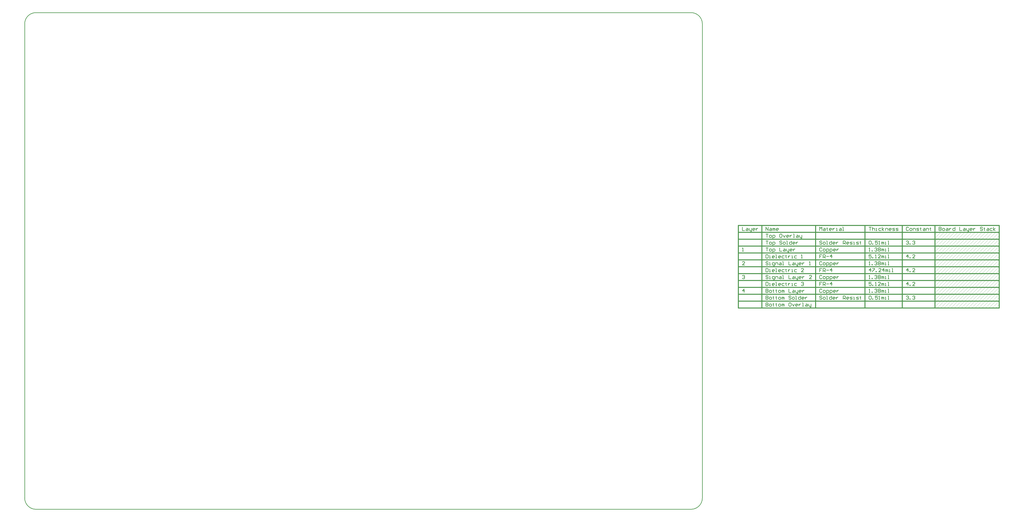
<source format=gm1>
G04*
G04 #@! TF.GenerationSoftware,Altium Limited,Altium Designer,20.1.14 (287)*
G04*
G04 Layer_Color=16711935*
%FSLAX25Y25*%
%MOIN*%
G70*
G04*
G04 #@! TF.SameCoordinates,C035F82F-B7AE-44EE-A3B5-0F400C07C9E1*
G04*
G04*
G04 #@! TF.FilePolarity,Positive*
G04*
G01*
G75*
%ADD16C,0.01000*%
%ADD20C,0.01500*%
%ADD21C,0.00100*%
D16*
X1181102Y846457D02*
G03*
X1161417Y866142I-19685J0D01*
G01*
Y0D02*
G03*
X1181102Y19685I0J19685D01*
G01*
X0D02*
G03*
X19685Y0I19685J0D01*
G01*
Y866142D02*
G03*
X0Y846457I0J-19685D01*
G01*
Y19685D02*
Y710236D01*
X1181102Y19685D02*
Y846457D01*
X19685Y866142D02*
X1161417D01*
X0Y710236D02*
Y846457D01*
X19685Y0D02*
X1161417D01*
X1181102Y846457D02*
G03*
X1161417Y866142I-19685J0D01*
G01*
Y0D02*
G03*
X1181102Y19685I0J19685D01*
G01*
X0D02*
G03*
X19685Y0I19685J0D01*
G01*
Y866142D02*
G03*
X0Y846457I0J-19685D01*
G01*
Y19685D02*
Y710236D01*
X1181102Y19685D02*
Y846457D01*
X19685Y866142D02*
X1161417D01*
X0Y710236D02*
Y846457D01*
X19685Y0D02*
X1161417D01*
X1593442Y492195D02*
Y486197D01*
X1596441D01*
X1597441Y487196D01*
Y488196D01*
X1596441Y489196D01*
X1593442D01*
X1596441D01*
X1597441Y490196D01*
Y491195D01*
X1596441Y492195D01*
X1593442D01*
X1600440Y486197D02*
X1602439D01*
X1603439Y487196D01*
Y489196D01*
X1602439Y490196D01*
X1600440D01*
X1599440Y489196D01*
Y487196D01*
X1600440Y486197D01*
X1606438Y490196D02*
X1608437D01*
X1609437Y489196D01*
Y486197D01*
X1606438D01*
X1605438Y487196D01*
X1606438Y488196D01*
X1609437D01*
X1611436Y490196D02*
Y486197D01*
Y488196D01*
X1612436Y489196D01*
X1613436Y490196D01*
X1614435D01*
X1621433Y492195D02*
Y486197D01*
X1618434D01*
X1617434Y487196D01*
Y489196D01*
X1618434Y490196D01*
X1621433D01*
X1629430Y492195D02*
Y486197D01*
X1633429D01*
X1636428Y490196D02*
X1638428D01*
X1639427Y489196D01*
Y486197D01*
X1636428D01*
X1635428Y487196D01*
X1636428Y488196D01*
X1639427D01*
X1641426Y490196D02*
Y487196D01*
X1642426Y486197D01*
X1645425D01*
Y485197D01*
X1644426Y484198D01*
X1643426D01*
X1645425Y486197D02*
Y490196D01*
X1650424Y486197D02*
X1648424D01*
X1647425Y487196D01*
Y489196D01*
X1648424Y490196D01*
X1650424D01*
X1651423Y489196D01*
Y488196D01*
X1647425D01*
X1653423Y490196D02*
Y486197D01*
Y488196D01*
X1654422Y489196D01*
X1655422Y490196D01*
X1656422D01*
X1669418Y491195D02*
X1668418Y492195D01*
X1666418D01*
X1665419Y491195D01*
Y490196D01*
X1666418Y489196D01*
X1668418D01*
X1669418Y488196D01*
Y487196D01*
X1668418Y486197D01*
X1666418D01*
X1665419Y487196D01*
X1672416Y491195D02*
Y490196D01*
X1671417D01*
X1673416D01*
X1672416D01*
Y487196D01*
X1673416Y486197D01*
X1677415Y490196D02*
X1679414D01*
X1680414Y489196D01*
Y486197D01*
X1677415D01*
X1676415Y487196D01*
X1677415Y488196D01*
X1680414D01*
X1686412Y490196D02*
X1683413D01*
X1682413Y489196D01*
Y487196D01*
X1683413Y486197D01*
X1686412D01*
X1688411D02*
Y492195D01*
Y488196D02*
X1691410Y490196D01*
X1688411Y488196D02*
X1691410Y486197D01*
X1536456Y467195D02*
X1537456Y468195D01*
X1539455D01*
X1540455Y467195D01*
Y466196D01*
X1539455Y465196D01*
X1538455D01*
X1539455D01*
X1540455Y464196D01*
Y463197D01*
X1539455Y462197D01*
X1537456D01*
X1536456Y463197D01*
X1542454Y462197D02*
Y463197D01*
X1543454D01*
Y462197D01*
X1542454D01*
X1547452Y467195D02*
X1548452Y468195D01*
X1550451D01*
X1551451Y467195D01*
Y466196D01*
X1550451Y465196D01*
X1549452D01*
X1550451D01*
X1551451Y464196D01*
Y463197D01*
X1550451Y462197D01*
X1548452D01*
X1547452Y463197D01*
X1539455Y438197D02*
Y444195D01*
X1536456Y441196D01*
X1540455D01*
X1542454Y438197D02*
Y439196D01*
X1543454D01*
Y438197D01*
X1542454D01*
X1551451D02*
X1547452D01*
X1551451Y442196D01*
Y443195D01*
X1550451Y444195D01*
X1548452D01*
X1547452Y443195D01*
X1539455Y414197D02*
Y420195D01*
X1536456Y417196D01*
X1540455D01*
X1542454Y414197D02*
Y415197D01*
X1543454D01*
Y414197D01*
X1542454D01*
X1551451D02*
X1547452D01*
X1551451Y418196D01*
Y419195D01*
X1550451Y420195D01*
X1548452D01*
X1547452Y419195D01*
X1539455Y390197D02*
Y396195D01*
X1536456Y393196D01*
X1540455D01*
X1542454Y390197D02*
Y391196D01*
X1543454D01*
Y390197D01*
X1542454D01*
X1551451D02*
X1547452D01*
X1551451Y394196D01*
Y395195D01*
X1550451Y396195D01*
X1548452D01*
X1547452Y395195D01*
X1536456Y371195D02*
X1537456Y372195D01*
X1539455D01*
X1540455Y371195D01*
Y370196D01*
X1539455Y369196D01*
X1538455D01*
X1539455D01*
X1540455Y368196D01*
Y367196D01*
X1539455Y366197D01*
X1537456D01*
X1536456Y367196D01*
X1542454Y366197D02*
Y367196D01*
X1543454D01*
Y366197D01*
X1542454D01*
X1547452Y371195D02*
X1548452Y372195D01*
X1550451D01*
X1551451Y371195D01*
Y370196D01*
X1550451Y369196D01*
X1549452D01*
X1550451D01*
X1551451Y368196D01*
Y367196D01*
X1550451Y366197D01*
X1548452D01*
X1547452Y367196D01*
X1540455Y491195D02*
X1539455Y492195D01*
X1537456D01*
X1536456Y491195D01*
Y487196D01*
X1537456Y486197D01*
X1539455D01*
X1540455Y487196D01*
X1543454Y486197D02*
X1545453D01*
X1546453Y487196D01*
Y489196D01*
X1545453Y490196D01*
X1543454D01*
X1542454Y489196D01*
Y487196D01*
X1543454Y486197D01*
X1548452D02*
Y490196D01*
X1551451D01*
X1552451Y489196D01*
Y486197D01*
X1554450D02*
X1557449D01*
X1558449Y487196D01*
X1557449Y488196D01*
X1555450D01*
X1554450Y489196D01*
X1555450Y490196D01*
X1558449D01*
X1561448Y491195D02*
Y490196D01*
X1560448D01*
X1562447D01*
X1561448D01*
Y487196D01*
X1562447Y486197D01*
X1566446Y490196D02*
X1568446D01*
X1569445Y489196D01*
Y486197D01*
X1566446D01*
X1565447Y487196D01*
X1566446Y488196D01*
X1569445D01*
X1571445Y486197D02*
Y490196D01*
X1574444D01*
X1575443Y489196D01*
Y486197D01*
X1578442Y491195D02*
Y490196D01*
X1577443D01*
X1579442D01*
X1578442D01*
Y487196D01*
X1579442Y486197D01*
X1471472Y467195D02*
X1472472Y468195D01*
X1474471D01*
X1475471Y467195D01*
Y463197D01*
X1474471Y462197D01*
X1472472D01*
X1471472Y463197D01*
Y467195D01*
X1477470Y462197D02*
Y463197D01*
X1478470D01*
Y462197D01*
X1477470D01*
X1486468Y468195D02*
X1482469D01*
Y465196D01*
X1484468Y466196D01*
X1485468D01*
X1486468Y465196D01*
Y463197D01*
X1485468Y462197D01*
X1483469D01*
X1482469Y463197D01*
X1488467Y462197D02*
X1490466D01*
X1489467D01*
Y468195D01*
X1488467Y467195D01*
X1493465Y462197D02*
Y466196D01*
X1494465D01*
X1495465Y465196D01*
Y462197D01*
Y465196D01*
X1496464Y466196D01*
X1497464Y465196D01*
Y462197D01*
X1499463D02*
X1501463D01*
X1500463D01*
Y466196D01*
X1499463D01*
X1504462Y462197D02*
X1506461D01*
X1505461D01*
Y468195D01*
X1504462D01*
X1471472Y450197D02*
X1473472D01*
X1472472D01*
Y456195D01*
X1471472Y455195D01*
X1476471Y450197D02*
Y451196D01*
X1477470D01*
Y450197D01*
X1476471D01*
X1481469Y455195D02*
X1482469Y456195D01*
X1484468D01*
X1485468Y455195D01*
Y454196D01*
X1484468Y453196D01*
X1483469D01*
X1484468D01*
X1485468Y452196D01*
Y451196D01*
X1484468Y450197D01*
X1482469D01*
X1481469Y451196D01*
X1487467Y455195D02*
X1488467Y456195D01*
X1490466D01*
X1491466Y455195D01*
Y454196D01*
X1490466Y453196D01*
X1491466Y452196D01*
Y451196D01*
X1490466Y450197D01*
X1488467D01*
X1487467Y451196D01*
Y452196D01*
X1488467Y453196D01*
X1487467Y454196D01*
Y455195D01*
X1488467Y453196D02*
X1490466D01*
X1493465Y450197D02*
Y454196D01*
X1494465D01*
X1495465Y453196D01*
Y450197D01*
Y453196D01*
X1496464Y454196D01*
X1497464Y453196D01*
Y450197D01*
X1499463D02*
X1501463D01*
X1500463D01*
Y454196D01*
X1499463D01*
X1504462Y450197D02*
X1506461D01*
X1505461D01*
Y456195D01*
X1504462D01*
X1475471Y444195D02*
X1471472D01*
Y441196D01*
X1473472Y442196D01*
X1474471D01*
X1475471Y441196D01*
Y439196D01*
X1474471Y438197D01*
X1472472D01*
X1471472Y439196D01*
X1477470Y438197D02*
Y439196D01*
X1478470D01*
Y438197D01*
X1477470D01*
X1482469D02*
X1484468D01*
X1483469D01*
Y444195D01*
X1482469Y443195D01*
X1491466Y438197D02*
X1487467D01*
X1491466Y442196D01*
Y443195D01*
X1490466Y444195D01*
X1488467D01*
X1487467Y443195D01*
X1493465Y438197D02*
Y442196D01*
X1494465D01*
X1495465Y441196D01*
Y438197D01*
Y441196D01*
X1496464Y442196D01*
X1497464Y441196D01*
Y438197D01*
X1499463D02*
X1501463D01*
X1500463D01*
Y442196D01*
X1499463D01*
X1504462Y438197D02*
X1506461D01*
X1505461D01*
Y444195D01*
X1504462D01*
X1471472Y426197D02*
X1473472D01*
X1472472D01*
Y432195D01*
X1471472Y431195D01*
X1476471Y426197D02*
Y427197D01*
X1477470D01*
Y426197D01*
X1476471D01*
X1481469Y431195D02*
X1482469Y432195D01*
X1484468D01*
X1485468Y431195D01*
Y430196D01*
X1484468Y429196D01*
X1483469D01*
X1484468D01*
X1485468Y428196D01*
Y427197D01*
X1484468Y426197D01*
X1482469D01*
X1481469Y427197D01*
X1487467Y431195D02*
X1488467Y432195D01*
X1490466D01*
X1491466Y431195D01*
Y430196D01*
X1490466Y429196D01*
X1491466Y428196D01*
Y427197D01*
X1490466Y426197D01*
X1488467D01*
X1487467Y427197D01*
Y428196D01*
X1488467Y429196D01*
X1487467Y430196D01*
Y431195D01*
X1488467Y429196D02*
X1490466D01*
X1493465Y426197D02*
Y430196D01*
X1494465D01*
X1495465Y429196D01*
Y426197D01*
Y429196D01*
X1496464Y430196D01*
X1497464Y429196D01*
Y426197D01*
X1499463D02*
X1501463D01*
X1500463D01*
Y430196D01*
X1499463D01*
X1504462Y426197D02*
X1506461D01*
X1505461D01*
Y432195D01*
X1504462D01*
X1474471Y414197D02*
Y420195D01*
X1471472Y417196D01*
X1475471D01*
X1477470Y420195D02*
X1481469D01*
Y419195D01*
X1477470Y415197D01*
Y414197D01*
X1483469D02*
Y415197D01*
X1484468D01*
Y414197D01*
X1483469D01*
X1492466D02*
X1488467D01*
X1492466Y418196D01*
Y419195D01*
X1491466Y420195D01*
X1489467D01*
X1488467Y419195D01*
X1497464Y414197D02*
Y420195D01*
X1494465Y417196D01*
X1498464D01*
X1500463Y414197D02*
Y418196D01*
X1501463D01*
X1502462Y417196D01*
Y414197D01*
Y417196D01*
X1503462Y418196D01*
X1504462Y417196D01*
Y414197D01*
X1506461D02*
X1508461D01*
X1507461D01*
Y418196D01*
X1506461D01*
X1511460Y414197D02*
X1513459D01*
X1512459D01*
Y420195D01*
X1511460D01*
X1471472Y402197D02*
X1473472D01*
X1472472D01*
Y408195D01*
X1471472Y407195D01*
X1476471Y402197D02*
Y403196D01*
X1477470D01*
Y402197D01*
X1476471D01*
X1481469Y407195D02*
X1482469Y408195D01*
X1484468D01*
X1485468Y407195D01*
Y406196D01*
X1484468Y405196D01*
X1483469D01*
X1484468D01*
X1485468Y404196D01*
Y403196D01*
X1484468Y402197D01*
X1482469D01*
X1481469Y403196D01*
X1487467Y407195D02*
X1488467Y408195D01*
X1490466D01*
X1491466Y407195D01*
Y406196D01*
X1490466Y405196D01*
X1491466Y404196D01*
Y403196D01*
X1490466Y402197D01*
X1488467D01*
X1487467Y403196D01*
Y404196D01*
X1488467Y405196D01*
X1487467Y406196D01*
Y407195D01*
X1488467Y405196D02*
X1490466D01*
X1493465Y402197D02*
Y406196D01*
X1494465D01*
X1495465Y405196D01*
Y402197D01*
Y405196D01*
X1496464Y406196D01*
X1497464Y405196D01*
Y402197D01*
X1499463D02*
X1501463D01*
X1500463D01*
Y406196D01*
X1499463D01*
X1504462Y402197D02*
X1506461D01*
X1505461D01*
Y408195D01*
X1504462D01*
X1475471Y396195D02*
X1471472D01*
Y393196D01*
X1473472Y394196D01*
X1474471D01*
X1475471Y393196D01*
Y391196D01*
X1474471Y390197D01*
X1472472D01*
X1471472Y391196D01*
X1477470Y390197D02*
Y391196D01*
X1478470D01*
Y390197D01*
X1477470D01*
X1482469D02*
X1484468D01*
X1483469D01*
Y396195D01*
X1482469Y395195D01*
X1491466Y390197D02*
X1487467D01*
X1491466Y394196D01*
Y395195D01*
X1490466Y396195D01*
X1488467D01*
X1487467Y395195D01*
X1493465Y390197D02*
Y394196D01*
X1494465D01*
X1495465Y393196D01*
Y390197D01*
Y393196D01*
X1496464Y394196D01*
X1497464Y393196D01*
Y390197D01*
X1499463D02*
X1501463D01*
X1500463D01*
Y394196D01*
X1499463D01*
X1504462Y390197D02*
X1506461D01*
X1505461D01*
Y396195D01*
X1504462D01*
X1471472Y378197D02*
X1473472D01*
X1472472D01*
Y384195D01*
X1471472Y383195D01*
X1476471Y378197D02*
Y379197D01*
X1477470D01*
Y378197D01*
X1476471D01*
X1481469Y383195D02*
X1482469Y384195D01*
X1484468D01*
X1485468Y383195D01*
Y382196D01*
X1484468Y381196D01*
X1483469D01*
X1484468D01*
X1485468Y380196D01*
Y379197D01*
X1484468Y378197D01*
X1482469D01*
X1481469Y379197D01*
X1487467Y383195D02*
X1488467Y384195D01*
X1490466D01*
X1491466Y383195D01*
Y382196D01*
X1490466Y381196D01*
X1491466Y380196D01*
Y379197D01*
X1490466Y378197D01*
X1488467D01*
X1487467Y379197D01*
Y380196D01*
X1488467Y381196D01*
X1487467Y382196D01*
Y383195D01*
X1488467Y381196D02*
X1490466D01*
X1493465Y378197D02*
Y382196D01*
X1494465D01*
X1495465Y381196D01*
Y378197D01*
Y381196D01*
X1496464Y382196D01*
X1497464Y381196D01*
Y378197D01*
X1499463D02*
X1501463D01*
X1500463D01*
Y382196D01*
X1499463D01*
X1504462Y378197D02*
X1506461D01*
X1505461D01*
Y384195D01*
X1504462D01*
X1471472Y371195D02*
X1472472Y372195D01*
X1474471D01*
X1475471Y371195D01*
Y367196D01*
X1474471Y366197D01*
X1472472D01*
X1471472Y367196D01*
Y371195D01*
X1477470Y366197D02*
Y367196D01*
X1478470D01*
Y366197D01*
X1477470D01*
X1486468Y372195D02*
X1482469D01*
Y369196D01*
X1484468Y370196D01*
X1485468D01*
X1486468Y369196D01*
Y367196D01*
X1485468Y366197D01*
X1483469D01*
X1482469Y367196D01*
X1488467Y366197D02*
X1490466D01*
X1489467D01*
Y372195D01*
X1488467Y371195D01*
X1493465Y366197D02*
Y370196D01*
X1494465D01*
X1495465Y369196D01*
Y366197D01*
Y369196D01*
X1496464Y370196D01*
X1497464Y369196D01*
Y366197D01*
X1499463D02*
X1501463D01*
X1500463D01*
Y370196D01*
X1499463D01*
X1504462Y366197D02*
X1506461D01*
X1505461D01*
Y372195D01*
X1504462D01*
X1471472Y492195D02*
X1475471D01*
X1473472D01*
Y486197D01*
X1477470Y492195D02*
Y486197D01*
Y489196D01*
X1478470Y490196D01*
X1480470D01*
X1481469Y489196D01*
Y486197D01*
X1483469D02*
X1485468D01*
X1484468D01*
Y490196D01*
X1483469D01*
X1492466D02*
X1489467D01*
X1488467Y489196D01*
Y487196D01*
X1489467Y486197D01*
X1492466D01*
X1494465D02*
Y492195D01*
Y488196D02*
X1497464Y490196D01*
X1494465Y488196D02*
X1497464Y486197D01*
X1500463D02*
Y490196D01*
X1503462D01*
X1504462Y489196D01*
Y486197D01*
X1509460D02*
X1507461D01*
X1506461Y487196D01*
Y489196D01*
X1507461Y490196D01*
X1509460D01*
X1510460Y489196D01*
Y488196D01*
X1506461D01*
X1512459Y486197D02*
X1515458D01*
X1516458Y487196D01*
X1515458Y488196D01*
X1513459D01*
X1512459Y489196D01*
X1513459Y490196D01*
X1516458D01*
X1518457Y486197D02*
X1521456D01*
X1522456Y487196D01*
X1521456Y488196D01*
X1519457D01*
X1518457Y489196D01*
X1519457Y490196D01*
X1522456D01*
X1389494Y467195D02*
X1388495Y468195D01*
X1386495D01*
X1385496Y467195D01*
Y466196D01*
X1386495Y465196D01*
X1388495D01*
X1389494Y464196D01*
Y463197D01*
X1388495Y462197D01*
X1386495D01*
X1385496Y463197D01*
X1392494Y462197D02*
X1394493D01*
X1395492Y463197D01*
Y465196D01*
X1394493Y466196D01*
X1392494D01*
X1391494Y465196D01*
Y463197D01*
X1392494Y462197D01*
X1397492D02*
X1399491D01*
X1398491D01*
Y468195D01*
X1397492D01*
X1406489D02*
Y462197D01*
X1403490D01*
X1402490Y463197D01*
Y465196D01*
X1403490Y466196D01*
X1406489D01*
X1411487Y462197D02*
X1409488D01*
X1408488Y463197D01*
Y465196D01*
X1409488Y466196D01*
X1411487D01*
X1412487Y465196D01*
Y464196D01*
X1408488D01*
X1414486Y466196D02*
Y462197D01*
Y464196D01*
X1415486Y465196D01*
X1416486Y466196D01*
X1417485D01*
X1426482Y462197D02*
Y468195D01*
X1429482D01*
X1430481Y467195D01*
Y465196D01*
X1429482Y464196D01*
X1426482D01*
X1428482D02*
X1430481Y462197D01*
X1435480D02*
X1433480D01*
X1432481Y463197D01*
Y465196D01*
X1433480Y466196D01*
X1435480D01*
X1436479Y465196D01*
Y464196D01*
X1432481D01*
X1438479Y462197D02*
X1441478D01*
X1442477Y463197D01*
X1441478Y464196D01*
X1439478D01*
X1438479Y465196D01*
X1439478Y466196D01*
X1442477D01*
X1444477Y462197D02*
X1446476D01*
X1445476D01*
Y466196D01*
X1444477D01*
X1449475Y462197D02*
X1452474D01*
X1453474Y463197D01*
X1452474Y464196D01*
X1450475D01*
X1449475Y465196D01*
X1450475Y466196D01*
X1453474D01*
X1456473Y467195D02*
Y466196D01*
X1455473D01*
X1457472D01*
X1456473D01*
Y463197D01*
X1457472Y462197D01*
X1389494Y455195D02*
X1388495Y456195D01*
X1386495D01*
X1385496Y455195D01*
Y451196D01*
X1386495Y450197D01*
X1388495D01*
X1389494Y451196D01*
X1392494Y450197D02*
X1394493D01*
X1395492Y451196D01*
Y453196D01*
X1394493Y454196D01*
X1392494D01*
X1391494Y453196D01*
Y451196D01*
X1392494Y450197D01*
X1397492Y448198D02*
Y454196D01*
X1400491D01*
X1401491Y453196D01*
Y451196D01*
X1400491Y450197D01*
X1397492D01*
X1403490Y448198D02*
Y454196D01*
X1406489D01*
X1407489Y453196D01*
Y451196D01*
X1406489Y450197D01*
X1403490D01*
X1412487D02*
X1410488D01*
X1409488Y451196D01*
Y453196D01*
X1410488Y454196D01*
X1412487D01*
X1413487Y453196D01*
Y452196D01*
X1409488D01*
X1415486Y454196D02*
Y450197D01*
Y452196D01*
X1416486Y453196D01*
X1417485Y454196D01*
X1418485D01*
X1389494Y444195D02*
X1385496D01*
Y441196D01*
X1387495D01*
X1385496D01*
Y438197D01*
X1391494D02*
Y444195D01*
X1394493D01*
X1395492Y443195D01*
Y441196D01*
X1394493Y440196D01*
X1391494D01*
X1393493D02*
X1395492Y438197D01*
X1397492Y441196D02*
X1401491D01*
X1406489Y438197D02*
Y444195D01*
X1403490Y441196D01*
X1407489D01*
X1389494Y431195D02*
X1388495Y432195D01*
X1386495D01*
X1385496Y431195D01*
Y427197D01*
X1386495Y426197D01*
X1388495D01*
X1389494Y427197D01*
X1392494Y426197D02*
X1394493D01*
X1395492Y427197D01*
Y429196D01*
X1394493Y430196D01*
X1392494D01*
X1391494Y429196D01*
Y427197D01*
X1392494Y426197D01*
X1397492Y424197D02*
Y430196D01*
X1400491D01*
X1401491Y429196D01*
Y427197D01*
X1400491Y426197D01*
X1397492D01*
X1403490Y424197D02*
Y430196D01*
X1406489D01*
X1407489Y429196D01*
Y427197D01*
X1406489Y426197D01*
X1403490D01*
X1412487D02*
X1410488D01*
X1409488Y427197D01*
Y429196D01*
X1410488Y430196D01*
X1412487D01*
X1413487Y429196D01*
Y428196D01*
X1409488D01*
X1415486Y430196D02*
Y426197D01*
Y428196D01*
X1416486Y429196D01*
X1417485Y430196D01*
X1418485D01*
X1389494Y420195D02*
X1385496D01*
Y417196D01*
X1387495D01*
X1385496D01*
Y414197D01*
X1391494D02*
Y420195D01*
X1394493D01*
X1395492Y419195D01*
Y417196D01*
X1394493Y416196D01*
X1391494D01*
X1393493D02*
X1395492Y414197D01*
X1397492Y417196D02*
X1401491D01*
X1406489Y414197D02*
Y420195D01*
X1403490Y417196D01*
X1407489D01*
X1389494Y407195D02*
X1388495Y408195D01*
X1386495D01*
X1385496Y407195D01*
Y403196D01*
X1386495Y402197D01*
X1388495D01*
X1389494Y403196D01*
X1392494Y402197D02*
X1394493D01*
X1395492Y403196D01*
Y405196D01*
X1394493Y406196D01*
X1392494D01*
X1391494Y405196D01*
Y403196D01*
X1392494Y402197D01*
X1397492Y400198D02*
Y406196D01*
X1400491D01*
X1401491Y405196D01*
Y403196D01*
X1400491Y402197D01*
X1397492D01*
X1403490Y400198D02*
Y406196D01*
X1406489D01*
X1407489Y405196D01*
Y403196D01*
X1406489Y402197D01*
X1403490D01*
X1412487D02*
X1410488D01*
X1409488Y403196D01*
Y405196D01*
X1410488Y406196D01*
X1412487D01*
X1413487Y405196D01*
Y404196D01*
X1409488D01*
X1415486Y406196D02*
Y402197D01*
Y404196D01*
X1416486Y405196D01*
X1417485Y406196D01*
X1418485D01*
X1389494Y396195D02*
X1385496D01*
Y393196D01*
X1387495D01*
X1385496D01*
Y390197D01*
X1391494D02*
Y396195D01*
X1394493D01*
X1395492Y395195D01*
Y393196D01*
X1394493Y392196D01*
X1391494D01*
X1393493D02*
X1395492Y390197D01*
X1397492Y393196D02*
X1401491D01*
X1406489Y390197D02*
Y396195D01*
X1403490Y393196D01*
X1407489D01*
X1389494Y383195D02*
X1388495Y384195D01*
X1386495D01*
X1385496Y383195D01*
Y379197D01*
X1386495Y378197D01*
X1388495D01*
X1389494Y379197D01*
X1392494Y378197D02*
X1394493D01*
X1395492Y379197D01*
Y381196D01*
X1394493Y382196D01*
X1392494D01*
X1391494Y381196D01*
Y379197D01*
X1392494Y378197D01*
X1397492Y376198D02*
Y382196D01*
X1400491D01*
X1401491Y381196D01*
Y379197D01*
X1400491Y378197D01*
X1397492D01*
X1403490Y376198D02*
Y382196D01*
X1406489D01*
X1407489Y381196D01*
Y379197D01*
X1406489Y378197D01*
X1403490D01*
X1412487D02*
X1410488D01*
X1409488Y379197D01*
Y381196D01*
X1410488Y382196D01*
X1412487D01*
X1413487Y381196D01*
Y380196D01*
X1409488D01*
X1415486Y382196D02*
Y378197D01*
Y380196D01*
X1416486Y381196D01*
X1417485Y382196D01*
X1418485D01*
X1389494Y371195D02*
X1388495Y372195D01*
X1386495D01*
X1385496Y371195D01*
Y370196D01*
X1386495Y369196D01*
X1388495D01*
X1389494Y368196D01*
Y367196D01*
X1388495Y366197D01*
X1386495D01*
X1385496Y367196D01*
X1392494Y366197D02*
X1394493D01*
X1395492Y367196D01*
Y369196D01*
X1394493Y370196D01*
X1392494D01*
X1391494Y369196D01*
Y367196D01*
X1392494Y366197D01*
X1397492D02*
X1399491D01*
X1398491D01*
Y372195D01*
X1397492D01*
X1406489D02*
Y366197D01*
X1403490D01*
X1402490Y367196D01*
Y369196D01*
X1403490Y370196D01*
X1406489D01*
X1411487Y366197D02*
X1409488D01*
X1408488Y367196D01*
Y369196D01*
X1409488Y370196D01*
X1411487D01*
X1412487Y369196D01*
Y368196D01*
X1408488D01*
X1414486Y370196D02*
Y366197D01*
Y368196D01*
X1415486Y369196D01*
X1416486Y370196D01*
X1417485D01*
X1426482Y366197D02*
Y372195D01*
X1429482D01*
X1430481Y371195D01*
Y369196D01*
X1429482Y368196D01*
X1426482D01*
X1428482D02*
X1430481Y366197D01*
X1435480D02*
X1433480D01*
X1432481Y367196D01*
Y369196D01*
X1433480Y370196D01*
X1435480D01*
X1436479Y369196D01*
Y368196D01*
X1432481D01*
X1438479Y366197D02*
X1441478D01*
X1442477Y367196D01*
X1441478Y368196D01*
X1439478D01*
X1438479Y369196D01*
X1439478Y370196D01*
X1442477D01*
X1444477Y366197D02*
X1446476D01*
X1445476D01*
Y370196D01*
X1444477D01*
X1449475Y366197D02*
X1452474D01*
X1453474Y367196D01*
X1452474Y368196D01*
X1450475D01*
X1449475Y369196D01*
X1450475Y370196D01*
X1453474D01*
X1456473Y371195D02*
Y370196D01*
X1455473D01*
X1457472D01*
X1456473D01*
Y367196D01*
X1457472Y366197D01*
X1385496Y486197D02*
Y492195D01*
X1387495Y490196D01*
X1389494Y492195D01*
Y486197D01*
X1392494Y490196D02*
X1394493D01*
X1395492Y489196D01*
Y486197D01*
X1392494D01*
X1391494Y487196D01*
X1392494Y488196D01*
X1395492D01*
X1398491Y491195D02*
Y490196D01*
X1397492D01*
X1399491D01*
X1398491D01*
Y487196D01*
X1399491Y486197D01*
X1405489D02*
X1403490D01*
X1402490Y487196D01*
Y489196D01*
X1403490Y490196D01*
X1405489D01*
X1406489Y489196D01*
Y488196D01*
X1402490D01*
X1408488Y490196D02*
Y486197D01*
Y488196D01*
X1409488Y489196D01*
X1410488Y490196D01*
X1411487D01*
X1414486Y486197D02*
X1416486D01*
X1415486D01*
Y490196D01*
X1414486D01*
X1420484D02*
X1422484D01*
X1423483Y489196D01*
Y486197D01*
X1420484D01*
X1419485Y487196D01*
X1420484Y488196D01*
X1423483D01*
X1425483Y486197D02*
X1427482D01*
X1426482D01*
Y492195D01*
X1425483D01*
X1291522Y480195D02*
X1295520D01*
X1293521D01*
Y474197D01*
X1298519D02*
X1300519D01*
X1301518Y475197D01*
Y477196D01*
X1300519Y478196D01*
X1298519D01*
X1297520Y477196D01*
Y475197D01*
X1298519Y474197D01*
X1303518Y472197D02*
Y478196D01*
X1306517D01*
X1307516Y477196D01*
Y475197D01*
X1306517Y474197D01*
X1303518D01*
X1318513Y480195D02*
X1316514D01*
X1315514Y479195D01*
Y475197D01*
X1316514Y474197D01*
X1318513D01*
X1319513Y475197D01*
Y479195D01*
X1318513Y480195D01*
X1321512Y478196D02*
X1323511Y474197D01*
X1325511Y478196D01*
X1330509Y474197D02*
X1328510D01*
X1327510Y475197D01*
Y477196D01*
X1328510Y478196D01*
X1330509D01*
X1331509Y477196D01*
Y476196D01*
X1327510D01*
X1333508Y478196D02*
Y474197D01*
Y476196D01*
X1334508Y477196D01*
X1335507Y478196D01*
X1336507D01*
X1339506Y474197D02*
X1341505D01*
X1340506D01*
Y480195D01*
X1339506D01*
X1345504Y478196D02*
X1347503D01*
X1348503Y477196D01*
Y474197D01*
X1345504D01*
X1344505Y475197D01*
X1345504Y476196D01*
X1348503D01*
X1350502Y478196D02*
Y475197D01*
X1351502Y474197D01*
X1354501D01*
Y473197D01*
X1353502Y472197D01*
X1352502D01*
X1354501Y474197D02*
Y478196D01*
X1291522Y468195D02*
X1295520D01*
X1293521D01*
Y462197D01*
X1298519D02*
X1300519D01*
X1301518Y463197D01*
Y465196D01*
X1300519Y466196D01*
X1298519D01*
X1297520Y465196D01*
Y463197D01*
X1298519Y462197D01*
X1303518Y460197D02*
Y466196D01*
X1306517D01*
X1307516Y465196D01*
Y463197D01*
X1306517Y462197D01*
X1303518D01*
X1319513Y467195D02*
X1318513Y468195D01*
X1316514D01*
X1315514Y467195D01*
Y466196D01*
X1316514Y465196D01*
X1318513D01*
X1319513Y464196D01*
Y463197D01*
X1318513Y462197D01*
X1316514D01*
X1315514Y463197D01*
X1322512Y462197D02*
X1324511D01*
X1325511Y463197D01*
Y465196D01*
X1324511Y466196D01*
X1322512D01*
X1321512Y465196D01*
Y463197D01*
X1322512Y462197D01*
X1327510D02*
X1329509D01*
X1328510D01*
Y468195D01*
X1327510D01*
X1336507D02*
Y462197D01*
X1333508D01*
X1332508Y463197D01*
Y465196D01*
X1333508Y466196D01*
X1336507D01*
X1341505Y462197D02*
X1339506D01*
X1338506Y463197D01*
Y465196D01*
X1339506Y466196D01*
X1341505D01*
X1342505Y465196D01*
Y464196D01*
X1338506D01*
X1344505Y466196D02*
Y462197D01*
Y464196D01*
X1345504Y465196D01*
X1346504Y466196D01*
X1347503D01*
X1291522Y456195D02*
X1295520D01*
X1293521D01*
Y450197D01*
X1298519D02*
X1300519D01*
X1301518Y451196D01*
Y453196D01*
X1300519Y454196D01*
X1298519D01*
X1297520Y453196D01*
Y451196D01*
X1298519Y450197D01*
X1303518Y448198D02*
Y454196D01*
X1306517D01*
X1307516Y453196D01*
Y451196D01*
X1306517Y450197D01*
X1303518D01*
X1315514Y456195D02*
Y450197D01*
X1319513D01*
X1322512Y454196D02*
X1324511D01*
X1325511Y453196D01*
Y450197D01*
X1322512D01*
X1321512Y451196D01*
X1322512Y452196D01*
X1325511D01*
X1327510Y454196D02*
Y451196D01*
X1328510Y450197D01*
X1331509D01*
Y449197D01*
X1330509Y448198D01*
X1329509D01*
X1331509Y450197D02*
Y454196D01*
X1336507Y450197D02*
X1334508D01*
X1333508Y451196D01*
Y453196D01*
X1334508Y454196D01*
X1336507D01*
X1337507Y453196D01*
Y452196D01*
X1333508D01*
X1339506Y454196D02*
Y450197D01*
Y452196D01*
X1340506Y453196D01*
X1341505Y454196D01*
X1342505D01*
X1291522Y444195D02*
Y438197D01*
X1294521D01*
X1295520Y439196D01*
Y443195D01*
X1294521Y444195D01*
X1291522D01*
X1297520Y438197D02*
X1299519D01*
X1298519D01*
Y442196D01*
X1297520D01*
X1305517Y438197D02*
X1303518D01*
X1302518Y439196D01*
Y441196D01*
X1303518Y442196D01*
X1305517D01*
X1306517Y441196D01*
Y440196D01*
X1302518D01*
X1308516Y438197D02*
X1310515D01*
X1309516D01*
Y444195D01*
X1308516D01*
X1316514Y438197D02*
X1314514D01*
X1313515Y439196D01*
Y441196D01*
X1314514Y442196D01*
X1316514D01*
X1317513Y441196D01*
Y440196D01*
X1313515D01*
X1323511Y442196D02*
X1320512D01*
X1319512Y441196D01*
Y439196D01*
X1320512Y438197D01*
X1323511D01*
X1326510Y443195D02*
Y442196D01*
X1325511D01*
X1327510D01*
X1326510D01*
Y439196D01*
X1327510Y438197D01*
X1330509Y442196D02*
Y438197D01*
Y440196D01*
X1331509Y441196D01*
X1332508Y442196D01*
X1333508D01*
X1336507Y438197D02*
X1338506D01*
X1337507D01*
Y442196D01*
X1336507D01*
X1345504D02*
X1342505D01*
X1341505Y441196D01*
Y439196D01*
X1342505Y438197D01*
X1345504D01*
X1353502D02*
X1355501D01*
X1354501D01*
Y444195D01*
X1353502Y443195D01*
X1295520Y431195D02*
X1294521Y432195D01*
X1292521D01*
X1291522Y431195D01*
Y430196D01*
X1292521Y429196D01*
X1294521D01*
X1295520Y428196D01*
Y427197D01*
X1294521Y426197D01*
X1292521D01*
X1291522Y427197D01*
X1297520Y426197D02*
X1299519D01*
X1298519D01*
Y430196D01*
X1297520D01*
X1304517Y424197D02*
X1305517D01*
X1306517Y425197D01*
Y430196D01*
X1303518D01*
X1302518Y429196D01*
Y427197D01*
X1303518Y426197D01*
X1306517D01*
X1308516D02*
Y430196D01*
X1311515D01*
X1312515Y429196D01*
Y426197D01*
X1315514Y430196D02*
X1317513D01*
X1318513Y429196D01*
Y426197D01*
X1315514D01*
X1314514Y427197D01*
X1315514Y428196D01*
X1318513D01*
X1320512Y426197D02*
X1322512D01*
X1321512D01*
Y432195D01*
X1320512D01*
X1331509D02*
Y426197D01*
X1335507D01*
X1338506Y430196D02*
X1340506D01*
X1341505Y429196D01*
Y426197D01*
X1338506D01*
X1337507Y427197D01*
X1338506Y428196D01*
X1341505D01*
X1343505Y430196D02*
Y427197D01*
X1344505Y426197D01*
X1347503D01*
Y425197D01*
X1346504Y424197D01*
X1345504D01*
X1347503Y426197D02*
Y430196D01*
X1352502Y426197D02*
X1350502D01*
X1349503Y427197D01*
Y429196D01*
X1350502Y430196D01*
X1352502D01*
X1353502Y429196D01*
Y428196D01*
X1349503D01*
X1355501Y430196D02*
Y426197D01*
Y428196D01*
X1356501Y429196D01*
X1357500Y430196D01*
X1358500D01*
X1367497Y426197D02*
X1369496D01*
X1368497D01*
Y432195D01*
X1367497Y431195D01*
X1291522Y420195D02*
Y414197D01*
X1294521D01*
X1295520Y415197D01*
Y419195D01*
X1294521Y420195D01*
X1291522D01*
X1297520Y414197D02*
X1299519D01*
X1298519D01*
Y418196D01*
X1297520D01*
X1305517Y414197D02*
X1303518D01*
X1302518Y415197D01*
Y417196D01*
X1303518Y418196D01*
X1305517D01*
X1306517Y417196D01*
Y416196D01*
X1302518D01*
X1308516Y414197D02*
X1310515D01*
X1309516D01*
Y420195D01*
X1308516D01*
X1316514Y414197D02*
X1314514D01*
X1313515Y415197D01*
Y417196D01*
X1314514Y418196D01*
X1316514D01*
X1317513Y417196D01*
Y416196D01*
X1313515D01*
X1323511Y418196D02*
X1320512D01*
X1319512Y417196D01*
Y415197D01*
X1320512Y414197D01*
X1323511D01*
X1326510Y419195D02*
Y418196D01*
X1325511D01*
X1327510D01*
X1326510D01*
Y415197D01*
X1327510Y414197D01*
X1330509Y418196D02*
Y414197D01*
Y416196D01*
X1331509Y417196D01*
X1332508Y418196D01*
X1333508D01*
X1336507Y414197D02*
X1338506D01*
X1337507D01*
Y418196D01*
X1336507D01*
X1345504D02*
X1342505D01*
X1341505Y417196D01*
Y415197D01*
X1342505Y414197D01*
X1345504D01*
X1357500D02*
X1353502D01*
X1357500Y418196D01*
Y419195D01*
X1356501Y420195D01*
X1354501D01*
X1353502Y419195D01*
X1295520Y407195D02*
X1294521Y408195D01*
X1292521D01*
X1291522Y407195D01*
Y406196D01*
X1292521Y405196D01*
X1294521D01*
X1295520Y404196D01*
Y403196D01*
X1294521Y402197D01*
X1292521D01*
X1291522Y403196D01*
X1297520Y402197D02*
X1299519D01*
X1298519D01*
Y406196D01*
X1297520D01*
X1304517Y400198D02*
X1305517D01*
X1306517Y401197D01*
Y406196D01*
X1303518D01*
X1302518Y405196D01*
Y403196D01*
X1303518Y402197D01*
X1306517D01*
X1308516D02*
Y406196D01*
X1311515D01*
X1312515Y405196D01*
Y402197D01*
X1315514Y406196D02*
X1317513D01*
X1318513Y405196D01*
Y402197D01*
X1315514D01*
X1314514Y403196D01*
X1315514Y404196D01*
X1318513D01*
X1320512Y402197D02*
X1322512D01*
X1321512D01*
Y408195D01*
X1320512D01*
X1331509D02*
Y402197D01*
X1335507D01*
X1338506Y406196D02*
X1340506D01*
X1341505Y405196D01*
Y402197D01*
X1338506D01*
X1337507Y403196D01*
X1338506Y404196D01*
X1341505D01*
X1343505Y406196D02*
Y403196D01*
X1344505Y402197D01*
X1347503D01*
Y401197D01*
X1346504Y400198D01*
X1345504D01*
X1347503Y402197D02*
Y406196D01*
X1352502Y402197D02*
X1350502D01*
X1349503Y403196D01*
Y405196D01*
X1350502Y406196D01*
X1352502D01*
X1353502Y405196D01*
Y404196D01*
X1349503D01*
X1355501Y406196D02*
Y402197D01*
Y404196D01*
X1356501Y405196D01*
X1357500Y406196D01*
X1358500D01*
X1371496Y402197D02*
X1367497D01*
X1371496Y406196D01*
Y407195D01*
X1370496Y408195D01*
X1368497D01*
X1367497Y407195D01*
X1291522Y396195D02*
Y390197D01*
X1294521D01*
X1295520Y391196D01*
Y395195D01*
X1294521Y396195D01*
X1291522D01*
X1297520Y390197D02*
X1299519D01*
X1298519D01*
Y394196D01*
X1297520D01*
X1305517Y390197D02*
X1303518D01*
X1302518Y391196D01*
Y393196D01*
X1303518Y394196D01*
X1305517D01*
X1306517Y393196D01*
Y392196D01*
X1302518D01*
X1308516Y390197D02*
X1310515D01*
X1309516D01*
Y396195D01*
X1308516D01*
X1316514Y390197D02*
X1314514D01*
X1313515Y391196D01*
Y393196D01*
X1314514Y394196D01*
X1316514D01*
X1317513Y393196D01*
Y392196D01*
X1313515D01*
X1323511Y394196D02*
X1320512D01*
X1319512Y393196D01*
Y391196D01*
X1320512Y390197D01*
X1323511D01*
X1326510Y395195D02*
Y394196D01*
X1325511D01*
X1327510D01*
X1326510D01*
Y391196D01*
X1327510Y390197D01*
X1330509Y394196D02*
Y390197D01*
Y392196D01*
X1331509Y393196D01*
X1332508Y394196D01*
X1333508D01*
X1336507Y390197D02*
X1338506D01*
X1337507D01*
Y394196D01*
X1336507D01*
X1345504D02*
X1342505D01*
X1341505Y393196D01*
Y391196D01*
X1342505Y390197D01*
X1345504D01*
X1353502Y395195D02*
X1354501Y396195D01*
X1356501D01*
X1357500Y395195D01*
Y394196D01*
X1356501Y393196D01*
X1355501D01*
X1356501D01*
X1357500Y392196D01*
Y391196D01*
X1356501Y390197D01*
X1354501D01*
X1353502Y391196D01*
X1291522Y384195D02*
Y378197D01*
X1294521D01*
X1295520Y379197D01*
Y380196D01*
X1294521Y381196D01*
X1291522D01*
X1294521D01*
X1295520Y382196D01*
Y383195D01*
X1294521Y384195D01*
X1291522D01*
X1298519Y378197D02*
X1300519D01*
X1301518Y379197D01*
Y381196D01*
X1300519Y382196D01*
X1298519D01*
X1297520Y381196D01*
Y379197D01*
X1298519Y378197D01*
X1304517Y383195D02*
Y382196D01*
X1303518D01*
X1305517D01*
X1304517D01*
Y379197D01*
X1305517Y378197D01*
X1309516Y383195D02*
Y382196D01*
X1308516D01*
X1310515D01*
X1309516D01*
Y379197D01*
X1310515Y378197D01*
X1314514D02*
X1316514D01*
X1317513Y379197D01*
Y381196D01*
X1316514Y382196D01*
X1314514D01*
X1313515Y381196D01*
Y379197D01*
X1314514Y378197D01*
X1319512D02*
Y382196D01*
X1320512D01*
X1321512Y381196D01*
Y378197D01*
Y381196D01*
X1322512Y382196D01*
X1323511Y381196D01*
Y378197D01*
X1331509Y384195D02*
Y378197D01*
X1335507D01*
X1338506Y382196D02*
X1340506D01*
X1341505Y381196D01*
Y378197D01*
X1338506D01*
X1337507Y379197D01*
X1338506Y380196D01*
X1341505D01*
X1343505Y382196D02*
Y379197D01*
X1344505Y378197D01*
X1347503D01*
Y377197D01*
X1346504Y376198D01*
X1345504D01*
X1347503Y378197D02*
Y382196D01*
X1352502Y378197D02*
X1350502D01*
X1349503Y379197D01*
Y381196D01*
X1350502Y382196D01*
X1352502D01*
X1353502Y381196D01*
Y380196D01*
X1349503D01*
X1355501Y382196D02*
Y378197D01*
Y380196D01*
X1356501Y381196D01*
X1357500Y382196D01*
X1358500D01*
X1291522Y372195D02*
Y366197D01*
X1294521D01*
X1295520Y367196D01*
Y368196D01*
X1294521Y369196D01*
X1291522D01*
X1294521D01*
X1295520Y370196D01*
Y371195D01*
X1294521Y372195D01*
X1291522D01*
X1298519Y366197D02*
X1300519D01*
X1301518Y367196D01*
Y369196D01*
X1300519Y370196D01*
X1298519D01*
X1297520Y369196D01*
Y367196D01*
X1298519Y366197D01*
X1304517Y371195D02*
Y370196D01*
X1303518D01*
X1305517D01*
X1304517D01*
Y367196D01*
X1305517Y366197D01*
X1309516Y371195D02*
Y370196D01*
X1308516D01*
X1310515D01*
X1309516D01*
Y367196D01*
X1310515Y366197D01*
X1314514D02*
X1316514D01*
X1317513Y367196D01*
Y369196D01*
X1316514Y370196D01*
X1314514D01*
X1313515Y369196D01*
Y367196D01*
X1314514Y366197D01*
X1319512D02*
Y370196D01*
X1320512D01*
X1321512Y369196D01*
Y366197D01*
Y369196D01*
X1322512Y370196D01*
X1323511Y369196D01*
Y366197D01*
X1335507Y371195D02*
X1334508Y372195D01*
X1332508D01*
X1331509Y371195D01*
Y370196D01*
X1332508Y369196D01*
X1334508D01*
X1335507Y368196D01*
Y367196D01*
X1334508Y366197D01*
X1332508D01*
X1331509Y367196D01*
X1338506Y366197D02*
X1340506D01*
X1341505Y367196D01*
Y369196D01*
X1340506Y370196D01*
X1338506D01*
X1337507Y369196D01*
Y367196D01*
X1338506Y366197D01*
X1343505D02*
X1345504D01*
X1344505D01*
Y372195D01*
X1343505D01*
X1352502D02*
Y366197D01*
X1349503D01*
X1348503Y367196D01*
Y369196D01*
X1349503Y370196D01*
X1352502D01*
X1357500Y366197D02*
X1355501D01*
X1354501Y367196D01*
Y369196D01*
X1355501Y370196D01*
X1357500D01*
X1358500Y369196D01*
Y368196D01*
X1354501D01*
X1360499Y370196D02*
Y366197D01*
Y368196D01*
X1361499Y369196D01*
X1362499Y370196D01*
X1363498D01*
X1291522Y360195D02*
Y354197D01*
X1294521D01*
X1295520Y355196D01*
Y356196D01*
X1294521Y357196D01*
X1291522D01*
X1294521D01*
X1295520Y358196D01*
Y359195D01*
X1294521Y360195D01*
X1291522D01*
X1298519Y354197D02*
X1300519D01*
X1301518Y355196D01*
Y357196D01*
X1300519Y358196D01*
X1298519D01*
X1297520Y357196D01*
Y355196D01*
X1298519Y354197D01*
X1304517Y359195D02*
Y358196D01*
X1303518D01*
X1305517D01*
X1304517D01*
Y355196D01*
X1305517Y354197D01*
X1309516Y359195D02*
Y358196D01*
X1308516D01*
X1310515D01*
X1309516D01*
Y355196D01*
X1310515Y354197D01*
X1314514D02*
X1316514D01*
X1317513Y355196D01*
Y357196D01*
X1316514Y358196D01*
X1314514D01*
X1313515Y357196D01*
Y355196D01*
X1314514Y354197D01*
X1319512D02*
Y358196D01*
X1320512D01*
X1321512Y357196D01*
Y354197D01*
Y357196D01*
X1322512Y358196D01*
X1323511Y357196D01*
Y354197D01*
X1334508Y360195D02*
X1332508D01*
X1331509Y359195D01*
Y355196D01*
X1332508Y354197D01*
X1334508D01*
X1335507Y355196D01*
Y359195D01*
X1334508Y360195D01*
X1337507Y358196D02*
X1339506Y354197D01*
X1341505Y358196D01*
X1346504Y354197D02*
X1344505D01*
X1343505Y355196D01*
Y357196D01*
X1344505Y358196D01*
X1346504D01*
X1347503Y357196D01*
Y356196D01*
X1343505D01*
X1349503Y358196D02*
Y354197D01*
Y356196D01*
X1350502Y357196D01*
X1351502Y358196D01*
X1352502D01*
X1355501Y354197D02*
X1357500D01*
X1356501D01*
Y360195D01*
X1355501D01*
X1361499Y358196D02*
X1363498D01*
X1364498Y357196D01*
Y354197D01*
X1361499D01*
X1360499Y355196D01*
X1361499Y356196D01*
X1364498D01*
X1366497Y358196D02*
Y355196D01*
X1367497Y354197D01*
X1370496D01*
Y353197D01*
X1369496Y352198D01*
X1368497D01*
X1370496Y354197D02*
Y358196D01*
X1291522Y486197D02*
Y492195D01*
X1295520Y486197D01*
Y492195D01*
X1298519Y490196D02*
X1300519D01*
X1301518Y489196D01*
Y486197D01*
X1298519D01*
X1297520Y487196D01*
X1298519Y488196D01*
X1301518D01*
X1303518Y486197D02*
Y490196D01*
X1304517D01*
X1305517Y489196D01*
Y486197D01*
Y489196D01*
X1306517Y490196D01*
X1307516Y489196D01*
Y486197D01*
X1312515D02*
X1310515D01*
X1309516Y487196D01*
Y489196D01*
X1310515Y490196D01*
X1312515D01*
X1313515Y489196D01*
Y488196D01*
X1309516D01*
X1250530Y450197D02*
X1252530D01*
X1251530D01*
Y456195D01*
X1250530Y455195D01*
X1254529Y426197D02*
X1250530D01*
X1254529Y430196D01*
Y431195D01*
X1253529Y432195D01*
X1251530D01*
X1250530Y431195D01*
Y407195D02*
X1251530Y408195D01*
X1253529D01*
X1254529Y407195D01*
Y406196D01*
X1253529Y405196D01*
X1252530D01*
X1253529D01*
X1254529Y404196D01*
Y403196D01*
X1253529Y402197D01*
X1251530D01*
X1250530Y403196D01*
X1253529Y378197D02*
Y384195D01*
X1250530Y381196D01*
X1254529D01*
X1250530Y492195D02*
Y486197D01*
X1254529D01*
X1257528Y490196D02*
X1259527D01*
X1260527Y489196D01*
Y486197D01*
X1257528D01*
X1256528Y487196D01*
X1257528Y488196D01*
X1260527D01*
X1262526Y490196D02*
Y487196D01*
X1263526Y486197D01*
X1266525D01*
Y485197D01*
X1265526Y484198D01*
X1264526D01*
X1266525Y486197D02*
Y490196D01*
X1271523Y486197D02*
X1269524D01*
X1268524Y487196D01*
Y489196D01*
X1269524Y490196D01*
X1271523D01*
X1272523Y489196D01*
Y488196D01*
X1268524D01*
X1274523Y490196D02*
Y486197D01*
Y488196D01*
X1275522Y489196D01*
X1276522Y490196D01*
X1277522D01*
D20*
X1698410Y351197D02*
Y495197D01*
X1586442Y471197D02*
X1698410D01*
X1586442Y459197D02*
X1698410D01*
X1586442Y447197D02*
X1698410D01*
X1586442Y435197D02*
X1698410D01*
X1586442Y423197D02*
X1698410D01*
X1586442Y411197D02*
X1698410D01*
X1586442Y399197D02*
X1698410D01*
X1586442Y387197D02*
X1698410D01*
X1586442Y375197D02*
X1698410D01*
X1586442Y363197D02*
X1698410D01*
X1586442Y351197D02*
X1698410D01*
X1586442D02*
Y495197D01*
X1529456Y471197D02*
X1586442D01*
X1529456Y459197D02*
X1586442D01*
X1529456Y447197D02*
X1586442D01*
X1529456Y435197D02*
X1586442D01*
X1529456Y423197D02*
X1586442D01*
X1529456Y411197D02*
X1586442D01*
X1529456Y399197D02*
X1586442D01*
X1529456Y387197D02*
X1586442D01*
X1529456Y375197D02*
X1586442D01*
X1529456Y363197D02*
X1586442D01*
X1529456Y351197D02*
X1586442D01*
X1529456D02*
Y495197D01*
X1464472Y471197D02*
X1529456D01*
X1464472Y459197D02*
X1529456D01*
X1464472Y447197D02*
X1529456D01*
X1464472Y435197D02*
X1529456D01*
X1464472Y423197D02*
X1529456D01*
X1464472Y411197D02*
X1529456D01*
X1464472Y399197D02*
X1529456D01*
X1464472Y387197D02*
X1529456D01*
X1464472Y375197D02*
X1529456D01*
X1464472Y363197D02*
X1529456D01*
X1464472Y351197D02*
X1529456D01*
X1464472D02*
Y495197D01*
X1378496Y471197D02*
X1464472D01*
X1378496Y459197D02*
X1464472D01*
X1378496Y447197D02*
X1464472D01*
X1378496Y435197D02*
X1464472D01*
X1378496Y423197D02*
X1464472D01*
X1378496Y411197D02*
X1464472D01*
X1378496Y399197D02*
X1464472D01*
X1378496Y387197D02*
X1464472D01*
X1378496Y375197D02*
X1464472D01*
X1378496Y363197D02*
X1464472D01*
X1378496Y351197D02*
X1464472D01*
X1378496D02*
Y495197D01*
X1284522Y471197D02*
X1378496D01*
X1284522Y459197D02*
X1378496D01*
X1284522Y447197D02*
X1378496D01*
X1284522Y435197D02*
X1378496D01*
X1284522Y423197D02*
X1378496D01*
X1284522Y411197D02*
X1378496D01*
X1284522Y399197D02*
X1378496D01*
X1284522Y387197D02*
X1378496D01*
X1284522Y375197D02*
X1378496D01*
X1284522Y363197D02*
X1378496D01*
X1284522Y351197D02*
X1378496D01*
X1284522D02*
Y495197D01*
X1243530Y471197D02*
X1284522D01*
X1243530Y459197D02*
X1284522D01*
X1243530Y447197D02*
X1284522D01*
X1243530Y435197D02*
X1284522D01*
X1243530Y423197D02*
X1284522D01*
X1243530Y411197D02*
X1284522D01*
X1243530Y399197D02*
X1284522D01*
X1243530Y387197D02*
X1284522D01*
X1243530Y375197D02*
X1284522D01*
X1243530Y363197D02*
X1284522D01*
X1243530Y351197D02*
X1284522D01*
X1243530D02*
Y495197D01*
X1698410D01*
X1243530Y483197D02*
X1698410D01*
D21*
X1586442Y479228D02*
X1590410Y483197D01*
X1586442Y473229D02*
X1596410Y483197D01*
X1590410Y471197D02*
X1602410Y483197D01*
X1596410Y471197D02*
X1608410Y483197D01*
X1602410Y471197D02*
X1614410Y483197D01*
X1608410Y471197D02*
X1620410Y483197D01*
X1614410Y471197D02*
X1626410Y483197D01*
X1620410Y471197D02*
X1632410Y483197D01*
X1626410Y471197D02*
X1638410Y483197D01*
X1632410Y471197D02*
X1644410Y483197D01*
X1638410Y471197D02*
X1650410Y483197D01*
X1644410Y471197D02*
X1656410Y483197D01*
X1650410Y471197D02*
X1662410Y483197D01*
X1656410Y471197D02*
X1668410Y483197D01*
X1662410Y471197D02*
X1674410Y483197D01*
X1668410Y471197D02*
X1680410Y483197D01*
X1674410Y471197D02*
X1686410Y483197D01*
X1680410Y471197D02*
X1692410Y483197D01*
X1686410Y471197D02*
X1698410Y483197D01*
X1692410Y471197D02*
X1698410Y477197D01*
X1586442Y467229D02*
X1590410Y471197D01*
X1586442Y461229D02*
X1596410Y471197D01*
X1590410Y459197D02*
X1602410Y471197D01*
X1596410Y459197D02*
X1608410Y471197D01*
X1602410Y459197D02*
X1614410Y471197D01*
X1608410Y459197D02*
X1620410Y471197D01*
X1614410Y459197D02*
X1626410Y471197D01*
X1620410Y459197D02*
X1632410Y471197D01*
X1626410Y459197D02*
X1638410Y471197D01*
X1632410Y459197D02*
X1644410Y471197D01*
X1638410Y459197D02*
X1650410Y471197D01*
X1644410Y459197D02*
X1656410Y471197D01*
X1650410Y459197D02*
X1662410Y471197D01*
X1656410Y459197D02*
X1668410Y471197D01*
X1662410Y459197D02*
X1674410Y471197D01*
X1668410Y459197D02*
X1680410Y471197D01*
X1674410Y459197D02*
X1686410Y471197D01*
X1680410Y459197D02*
X1692410Y471197D01*
X1686410Y459197D02*
X1698410Y471197D01*
X1692410Y459197D02*
X1698410Y465197D01*
X1586442Y455229D02*
X1590410Y459197D01*
X1586442Y449228D02*
X1596410Y459197D01*
X1590410Y447197D02*
X1602410Y459197D01*
X1596410Y447197D02*
X1608410Y459197D01*
X1602410Y447197D02*
X1614410Y459197D01*
X1608410Y447197D02*
X1620410Y459197D01*
X1614410Y447197D02*
X1626410Y459197D01*
X1620410Y447197D02*
X1632410Y459197D01*
X1626410Y447197D02*
X1638410Y459197D01*
X1632410Y447197D02*
X1644410Y459197D01*
X1638410Y447197D02*
X1650410Y459197D01*
X1644410Y447197D02*
X1656410Y459197D01*
X1650410Y447197D02*
X1662410Y459197D01*
X1656410Y447197D02*
X1668410Y459197D01*
X1662410Y447197D02*
X1674410Y459197D01*
X1668410Y447197D02*
X1680410Y459197D01*
X1674410Y447197D02*
X1686410Y459197D01*
X1680410Y447197D02*
X1692410Y459197D01*
X1686410Y447197D02*
X1698410Y459197D01*
X1692410Y447197D02*
X1698410Y453197D01*
X1586442Y443228D02*
X1590410Y447197D01*
X1586442Y437228D02*
X1596410Y447197D01*
X1590410Y435197D02*
X1602410Y447197D01*
X1596410Y435197D02*
X1608410Y447197D01*
X1602410Y435197D02*
X1614410Y447197D01*
X1608410Y435197D02*
X1620410Y447197D01*
X1614410Y435197D02*
X1626410Y447197D01*
X1620410Y435197D02*
X1632410Y447197D01*
X1626410Y435197D02*
X1638410Y447197D01*
X1632410Y435197D02*
X1644410Y447197D01*
X1638410Y435197D02*
X1650410Y447197D01*
X1644410Y435197D02*
X1656410Y447197D01*
X1650410Y435197D02*
X1662410Y447197D01*
X1656410Y435197D02*
X1668410Y447197D01*
X1662410Y435197D02*
X1674410Y447197D01*
X1668410Y435197D02*
X1680410Y447197D01*
X1674410Y435197D02*
X1686410Y447197D01*
X1680410Y435197D02*
X1692410Y447197D01*
X1686410Y435197D02*
X1698410Y447197D01*
X1692410Y435197D02*
X1698410Y441197D01*
X1586442Y431228D02*
X1590410Y435197D01*
X1586442Y425229D02*
X1596410Y435197D01*
X1590410Y423197D02*
X1602410Y435197D01*
X1596410Y423197D02*
X1608410Y435197D01*
X1602410Y423197D02*
X1614410Y435197D01*
X1608410Y423197D02*
X1620410Y435197D01*
X1614410Y423197D02*
X1626410Y435197D01*
X1620410Y423197D02*
X1632410Y435197D01*
X1626410Y423197D02*
X1638410Y435197D01*
X1632410Y423197D02*
X1644410Y435197D01*
X1638410Y423197D02*
X1650410Y435197D01*
X1644410Y423197D02*
X1656410Y435197D01*
X1650410Y423197D02*
X1662410Y435197D01*
X1656410Y423197D02*
X1668410Y435197D01*
X1662410Y423197D02*
X1674410Y435197D01*
X1668410Y423197D02*
X1680410Y435197D01*
X1674410Y423197D02*
X1686410Y435197D01*
X1680410Y423197D02*
X1692410Y435197D01*
X1686410Y423197D02*
X1698410Y435197D01*
X1692410Y423197D02*
X1698410Y429197D01*
X1586442Y419229D02*
X1590410Y423197D01*
X1586442Y413229D02*
X1596410Y423197D01*
X1590410Y411197D02*
X1602410Y423197D01*
X1596410Y411197D02*
X1608410Y423197D01*
X1602410Y411197D02*
X1614410Y423197D01*
X1608410Y411197D02*
X1620410Y423197D01*
X1614410Y411197D02*
X1626410Y423197D01*
X1620410Y411197D02*
X1632410Y423197D01*
X1626410Y411197D02*
X1638410Y423197D01*
X1632410Y411197D02*
X1644410Y423197D01*
X1638410Y411197D02*
X1650410Y423197D01*
X1644410Y411197D02*
X1656410Y423197D01*
X1650410Y411197D02*
X1662410Y423197D01*
X1656410Y411197D02*
X1668410Y423197D01*
X1662410Y411197D02*
X1674410Y423197D01*
X1668410Y411197D02*
X1680410Y423197D01*
X1674410Y411197D02*
X1686410Y423197D01*
X1680410Y411197D02*
X1692410Y423197D01*
X1686410Y411197D02*
X1698410Y423197D01*
X1692410Y411197D02*
X1698410Y417197D01*
X1586442Y407229D02*
X1590410Y411197D01*
X1586442Y401229D02*
X1596410Y411197D01*
X1590410Y399197D02*
X1602410Y411197D01*
X1596410Y399197D02*
X1608410Y411197D01*
X1602410Y399197D02*
X1614410Y411197D01*
X1608410Y399197D02*
X1620410Y411197D01*
X1614410Y399197D02*
X1626410Y411197D01*
X1620410Y399197D02*
X1632410Y411197D01*
X1626410Y399197D02*
X1638410Y411197D01*
X1632410Y399197D02*
X1644410Y411197D01*
X1638410Y399197D02*
X1650410Y411197D01*
X1644410Y399197D02*
X1656410Y411197D01*
X1650410Y399197D02*
X1662410Y411197D01*
X1656410Y399197D02*
X1668410Y411197D01*
X1662410Y399197D02*
X1674410Y411197D01*
X1668410Y399197D02*
X1680410Y411197D01*
X1674410Y399197D02*
X1686410Y411197D01*
X1680410Y399197D02*
X1692410Y411197D01*
X1686410Y399197D02*
X1698410Y411197D01*
X1692410Y399197D02*
X1698410Y405197D01*
X1586442Y395229D02*
X1590410Y399197D01*
X1586442Y389229D02*
X1596410Y399197D01*
X1590410Y387197D02*
X1602410Y399197D01*
X1596410Y387197D02*
X1608410Y399197D01*
X1602410Y387197D02*
X1614410Y399197D01*
X1608410Y387197D02*
X1620410Y399197D01*
X1614410Y387197D02*
X1626410Y399197D01*
X1620410Y387197D02*
X1632410Y399197D01*
X1626410Y387197D02*
X1638410Y399197D01*
X1632410Y387197D02*
X1644410Y399197D01*
X1638410Y387197D02*
X1650410Y399197D01*
X1644410Y387197D02*
X1656410Y399197D01*
X1650410Y387197D02*
X1662410Y399197D01*
X1656410Y387197D02*
X1668410Y399197D01*
X1662410Y387197D02*
X1674410Y399197D01*
X1668410Y387197D02*
X1680410Y399197D01*
X1674410Y387197D02*
X1686410Y399197D01*
X1680410Y387197D02*
X1692410Y399197D01*
X1686410Y387197D02*
X1698410Y399197D01*
X1692410Y387197D02*
X1698410Y393197D01*
X1586442Y383228D02*
X1590410Y387197D01*
X1586442Y377228D02*
X1596410Y387197D01*
X1590410Y375197D02*
X1602410Y387197D01*
X1596410Y375197D02*
X1608410Y387197D01*
X1602410Y375197D02*
X1614410Y387197D01*
X1608410Y375197D02*
X1620410Y387197D01*
X1614410Y375197D02*
X1626410Y387197D01*
X1620410Y375197D02*
X1632410Y387197D01*
X1626410Y375197D02*
X1638410Y387197D01*
X1632410Y375197D02*
X1644410Y387197D01*
X1638410Y375197D02*
X1650410Y387197D01*
X1644410Y375197D02*
X1656410Y387197D01*
X1650410Y375197D02*
X1662410Y387197D01*
X1656410Y375197D02*
X1668410Y387197D01*
X1662410Y375197D02*
X1674410Y387197D01*
X1668410Y375197D02*
X1680410Y387197D01*
X1674410Y375197D02*
X1686410Y387197D01*
X1680410Y375197D02*
X1692410Y387197D01*
X1686410Y375197D02*
X1698410Y387197D01*
X1692410Y375197D02*
X1698410Y381197D01*
X1586442Y371229D02*
X1590410Y375197D01*
X1586442Y365229D02*
X1596410Y375197D01*
X1590410Y363197D02*
X1602410Y375197D01*
X1596410Y363197D02*
X1608410Y375197D01*
X1602410Y363197D02*
X1614410Y375197D01*
X1608410Y363197D02*
X1620410Y375197D01*
X1614410Y363197D02*
X1626410Y375197D01*
X1620410Y363197D02*
X1632410Y375197D01*
X1626410Y363197D02*
X1638410Y375197D01*
X1632410Y363197D02*
X1644410Y375197D01*
X1638410Y363197D02*
X1650410Y375197D01*
X1644410Y363197D02*
X1656410Y375197D01*
X1650410Y363197D02*
X1662410Y375197D01*
X1656410Y363197D02*
X1668410Y375197D01*
X1662410Y363197D02*
X1674410Y375197D01*
X1668410Y363197D02*
X1680410Y375197D01*
X1674410Y363197D02*
X1686410Y375197D01*
X1680410Y363197D02*
X1692410Y375197D01*
X1686410Y363197D02*
X1698410Y375197D01*
X1692410Y363197D02*
X1698410Y369197D01*
X1586442Y359228D02*
X1590410Y363197D01*
X1586442Y353228D02*
X1596410Y363197D01*
X1590410Y351197D02*
X1602410Y363197D01*
X1596410Y351197D02*
X1608410Y363197D01*
X1602410Y351197D02*
X1614410Y363197D01*
X1608410Y351197D02*
X1620410Y363197D01*
X1614410Y351197D02*
X1626410Y363197D01*
X1620410Y351197D02*
X1632410Y363197D01*
X1626410Y351197D02*
X1638410Y363197D01*
X1632410Y351197D02*
X1644410Y363197D01*
X1638410Y351197D02*
X1650410Y363197D01*
X1644410Y351197D02*
X1656410Y363197D01*
X1650410Y351197D02*
X1662410Y363197D01*
X1656410Y351197D02*
X1668410Y363197D01*
X1662410Y351197D02*
X1674410Y363197D01*
X1668410Y351197D02*
X1680410Y363197D01*
X1674410Y351197D02*
X1686410Y363197D01*
X1680410Y351197D02*
X1692410Y363197D01*
X1686410Y351197D02*
X1698410Y363197D01*
X1692410Y351197D02*
X1698410Y357197D01*
M02*

</source>
